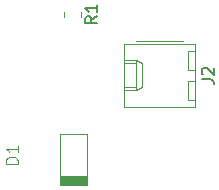
<source format=gbr>
%TF.GenerationSoftware,KiCad,Pcbnew,7.0.7*%
%TF.CreationDate,2023-08-29T08:21:05+05:30*%
%TF.ProjectId,LED Project,4c454420-5072-46f6-9a65-63742e6b6963,rev?*%
%TF.SameCoordinates,Original*%
%TF.FileFunction,Legend,Top*%
%TF.FilePolarity,Positive*%
%FSLAX46Y46*%
G04 Gerber Fmt 4.6, Leading zero omitted, Abs format (unit mm)*
G04 Created by KiCad (PCBNEW 7.0.7) date 2023-08-29 08:21:05*
%MOMM*%
%LPD*%
G01*
G04 APERTURE LIST*
%ADD10C,0.150000*%
%ADD11C,0.100000*%
%ADD12C,0.120000*%
G04 APERTURE END LIST*
D10*
X149962319Y-104603333D02*
X150676604Y-104603333D01*
X150676604Y-104603333D02*
X150819461Y-104650952D01*
X150819461Y-104650952D02*
X150914700Y-104746190D01*
X150914700Y-104746190D02*
X150962319Y-104889047D01*
X150962319Y-104889047D02*
X150962319Y-104984285D01*
X150057557Y-104174761D02*
X150009938Y-104127142D01*
X150009938Y-104127142D02*
X149962319Y-104031904D01*
X149962319Y-104031904D02*
X149962319Y-103793809D01*
X149962319Y-103793809D02*
X150009938Y-103698571D01*
X150009938Y-103698571D02*
X150057557Y-103650952D01*
X150057557Y-103650952D02*
X150152795Y-103603333D01*
X150152795Y-103603333D02*
X150248033Y-103603333D01*
X150248033Y-103603333D02*
X150390890Y-103650952D01*
X150390890Y-103650952D02*
X150962319Y-104222380D01*
X150962319Y-104222380D02*
X150962319Y-103603333D01*
X141104819Y-99266666D02*
X140628628Y-99599999D01*
X141104819Y-99838094D02*
X140104819Y-99838094D01*
X140104819Y-99838094D02*
X140104819Y-99457142D01*
X140104819Y-99457142D02*
X140152438Y-99361904D01*
X140152438Y-99361904D02*
X140200057Y-99314285D01*
X140200057Y-99314285D02*
X140295295Y-99266666D01*
X140295295Y-99266666D02*
X140438152Y-99266666D01*
X140438152Y-99266666D02*
X140533390Y-99314285D01*
X140533390Y-99314285D02*
X140581009Y-99361904D01*
X140581009Y-99361904D02*
X140628628Y-99457142D01*
X140628628Y-99457142D02*
X140628628Y-99838094D01*
X141104819Y-98314285D02*
X141104819Y-98885713D01*
X141104819Y-98599999D02*
X140104819Y-98599999D01*
X140104819Y-98599999D02*
X140247676Y-98695237D01*
X140247676Y-98695237D02*
X140342914Y-98790475D01*
X140342914Y-98790475D02*
X140390533Y-98885713D01*
D11*
X134377419Y-111738094D02*
X133377419Y-111738094D01*
X133377419Y-111738094D02*
X133377419Y-111499999D01*
X133377419Y-111499999D02*
X133425038Y-111357142D01*
X133425038Y-111357142D02*
X133520276Y-111261904D01*
X133520276Y-111261904D02*
X133615514Y-111214285D01*
X133615514Y-111214285D02*
X133805990Y-111166666D01*
X133805990Y-111166666D02*
X133948847Y-111166666D01*
X133948847Y-111166666D02*
X134139323Y-111214285D01*
X134139323Y-111214285D02*
X134234561Y-111261904D01*
X134234561Y-111261904D02*
X134329800Y-111357142D01*
X134329800Y-111357142D02*
X134377419Y-111499999D01*
X134377419Y-111499999D02*
X134377419Y-111738094D01*
X134377419Y-110214285D02*
X134377419Y-110785713D01*
X134377419Y-110499999D02*
X133377419Y-110499999D01*
X133377419Y-110499999D02*
X133520276Y-110595237D01*
X133520276Y-110595237D02*
X133615514Y-110690475D01*
X133615514Y-110690475D02*
X133663133Y-110785713D01*
D12*
%TO.C,J2*%
X148387500Y-101330000D02*
X144387500Y-101330000D01*
X149417500Y-101620000D02*
X143397500Y-101620000D01*
X143397500Y-101620000D02*
X143397500Y-106920000D01*
X149417500Y-102200000D02*
X148817500Y-102200000D01*
X148817500Y-102200000D02*
X148817500Y-103800000D01*
X144397500Y-103000000D02*
X144927500Y-103250000D01*
X144397500Y-103000000D02*
X144397500Y-105540000D01*
X143397500Y-103000000D02*
X144397500Y-103000000D01*
X144927500Y-103250000D02*
X144927500Y-105290000D01*
X143397500Y-103250000D02*
X144397500Y-103250000D01*
X148817500Y-103800000D02*
X149417500Y-103800000D01*
X149417500Y-104740000D02*
X148817500Y-104740000D01*
X148817500Y-104740000D02*
X148817500Y-106340000D01*
X144927500Y-105290000D02*
X144397500Y-105540000D01*
X143397500Y-105290000D02*
X144397500Y-105290000D01*
X144397500Y-105540000D02*
X143397500Y-105540000D01*
X148817500Y-106340000D02*
X149417500Y-106340000D01*
X149417500Y-106920000D02*
X149417500Y-101620000D01*
X143397500Y-106920000D02*
X149417500Y-106920000D01*
%TO.C,R1*%
X139735000Y-98872936D02*
X139735000Y-99327064D01*
X138265000Y-98872936D02*
X138265000Y-99327064D01*
D11*
%TO.C,D1*%
X137984000Y-112778000D02*
X137984000Y-109222000D01*
X137984000Y-109222000D02*
X140270000Y-109222000D01*
X140270000Y-109222000D02*
X140270000Y-112778000D01*
X140270000Y-113540000D02*
X137984000Y-113540000D01*
X137984000Y-112778000D01*
X140270000Y-112778000D01*
X140270000Y-113540000D01*
G36*
X140270000Y-113540000D02*
G01*
X137984000Y-113540000D01*
X137984000Y-112778000D01*
X140270000Y-112778000D01*
X140270000Y-113540000D01*
G37*
%TD*%
M02*

</source>
